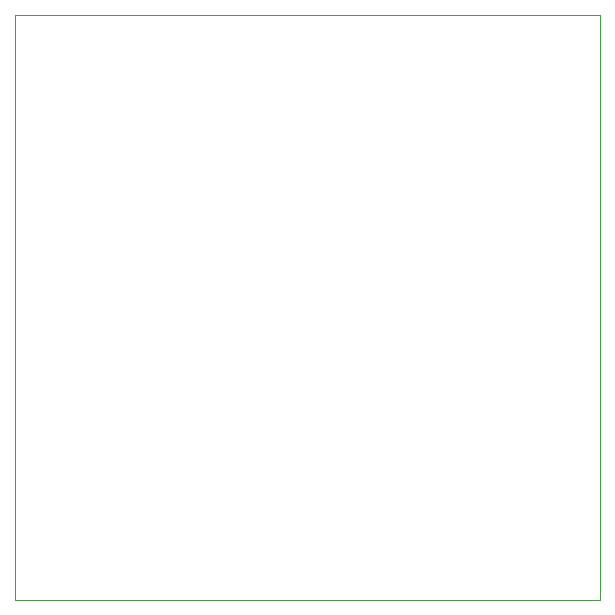
<source format=gm1>
G04 #@! TF.GenerationSoftware,KiCad,Pcbnew,(2017-04-12 revision 02abf1804)-makepkg*
G04 #@! TF.CreationDate,2017-04-26T22:03:17+03:00*
G04 #@! TF.ProjectId,vbb,7662622E6B696361645F706362000000,rev?*
G04 #@! TF.FileFunction,Profile,NP*
%FSLAX46Y46*%
G04 Gerber Fmt 4.6, Leading zero omitted, Abs format (unit mm)*
G04 Created by KiCad (PCBNEW (2017-04-12 revision 02abf1804)-makepkg) date 04/26/17 22:03:17*
%MOMM*%
%LPD*%
G01*
G04 APERTURE LIST*
%ADD10C,0.100000*%
G04 APERTURE END LIST*
D10*
X49530000Y0D02*
X0Y0D01*
X49530000Y49530000D02*
X49530000Y0D01*
X0Y0D02*
X0Y49530000D01*
X0Y49530000D02*
X49530000Y49530000D01*
M02*

</source>
